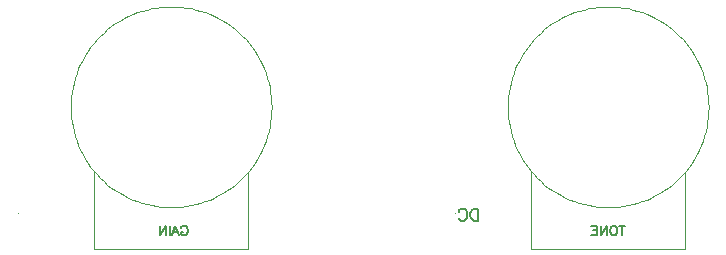
<source format=gbo>
%FSLAX46Y46*%
%MOMM*%
%ADD11C,0.050000*%
%ADD10C,0.150000*%
G01*
G01*
%LPD*%
D10*
X49195240Y51719048D02*
X49195240Y52519048D01*
D10*
X48928572Y52519048D02*
X49461904Y52519048D01*
D10*
X48623808Y52480952D02*
X48547620Y52519048D01*
D10*
X48700000Y52404760D02*
X48623808Y52480952D01*
D10*
X48738096Y52328572D02*
X48700000Y52404760D01*
D10*
X48776192Y52214284D02*
X48738096Y52328572D01*
D10*
X48776192Y52023808D02*
X48776192Y52214284D01*
D10*
X48738096Y51909524D02*
X48776192Y52023808D01*
D10*
X48700000Y51833332D02*
X48738096Y51909524D01*
D10*
X48623808Y51757144D02*
X48700000Y51833332D01*
D10*
X48547620Y51719048D02*
X48623808Y51757144D01*
D10*
X48395240Y51719048D02*
X48547620Y51719048D01*
D10*
X48319048Y51757144D02*
X48395240Y51719048D01*
D10*
X48242856Y51833332D02*
X48319048Y51757144D01*
D10*
X48204760Y51909524D02*
X48242856Y51833332D01*
D10*
X48166668Y52023808D02*
X48204760Y51909524D01*
D10*
X48166668Y52214284D02*
X48166668Y52023808D01*
D10*
X48204760Y52328572D02*
X48166668Y52214284D01*
D10*
X48242856Y52404760D02*
X48204760Y52328572D01*
D10*
X48319048Y52480952D02*
X48242856Y52404760D01*
D10*
X48395240Y52519048D02*
X48319048Y52480952D01*
D10*
X48547620Y52519048D02*
X48395240Y52519048D01*
D10*
X47900000Y51719048D02*
X47900000Y52519048D01*
D10*
X47366668Y51719048D02*
X47900000Y52519048D01*
D10*
X47366668Y51719048D02*
X47366668Y52519048D01*
D10*
X47061904Y51719048D02*
X47061904Y52519048D01*
D10*
X46566668Y52519048D02*
X47061904Y52519048D01*
D10*
X46757144Y52138096D02*
X47061904Y52138096D01*
D10*
X46566668Y51719048D02*
X47061904Y51719048D01*
D10*
X11852381Y52404760D02*
X11814286Y52328572D01*
D10*
X11928571Y52480952D02*
X11852381Y52404760D01*
D10*
X12004762Y52519048D02*
X11928571Y52480952D01*
D10*
X12157143Y52519048D02*
X12004762Y52519048D01*
D10*
X12233333Y52480952D02*
X12157143Y52519048D01*
D10*
X12309524Y52404760D02*
X12233333Y52480952D01*
D10*
X12347619Y52328572D02*
X12309524Y52404760D01*
D10*
X12385714Y52214284D02*
X12347619Y52328572D01*
D10*
X12385714Y52023808D02*
X12385714Y52214284D01*
D10*
X12347619Y51909524D02*
X12385714Y52023808D01*
D10*
X12309524Y51833332D02*
X12347619Y51909524D01*
D10*
X12233333Y51757144D02*
X12309524Y51833332D01*
D10*
X12157143Y51719048D02*
X12233333Y51757144D01*
D10*
X12004762Y51719048D02*
X12157143Y51719048D01*
D10*
X11928571Y51757144D02*
X12004762Y51719048D01*
D10*
X11852381Y51833332D02*
X11928571Y51757144D01*
D10*
X11814286Y51909524D02*
X11852381Y51833332D01*
D10*
X11814286Y52023808D02*
X11814286Y51909524D01*
D10*
X11814286Y52023808D02*
X12004762Y52023808D01*
D10*
X11661905Y51719048D02*
X11357143Y52519048D01*
D10*
X11052381Y51719048D02*
X11357143Y52519048D01*
D10*
X11166667Y51985716D02*
X11547619Y51985716D01*
D10*
X10861905Y51719048D02*
X10861905Y52519048D01*
D10*
X10557143Y51719048D02*
X10557143Y52519048D01*
D10*
X10023810Y51719048D02*
X10557143Y52519048D01*
D10*
X10023810Y51719048D02*
X10023810Y52519048D01*
D10*
X37009524Y52973808D02*
X37009524Y53973808D01*
D10*
X36676192Y53973808D02*
X37009524Y53973808D01*
D10*
X36533332Y53926192D02*
X36676192Y53973808D01*
D10*
X36438096Y53830952D02*
X36533332Y53926192D01*
D10*
X36390476Y53735716D02*
X36438096Y53830952D01*
D10*
X36342856Y53592856D02*
X36390476Y53735716D01*
D10*
X36342856Y53354760D02*
X36342856Y53592856D01*
D10*
X36390476Y53211904D02*
X36342856Y53354760D01*
D10*
X36438096Y53116668D02*
X36390476Y53211904D01*
D10*
X36533332Y53021428D02*
X36438096Y53116668D01*
D10*
X36676192Y52973808D02*
X36533332Y53021428D01*
D10*
X37009524Y52973808D02*
X36676192Y52973808D01*
D10*
X35390476Y53830952D02*
X35342856Y53735716D01*
D10*
X35485716Y53926192D02*
X35390476Y53830952D01*
D10*
X35580952Y53973808D02*
X35485716Y53926192D01*
D10*
X35771428Y53973808D02*
X35580952Y53973808D01*
D10*
X35866668Y53926192D02*
X35771428Y53973808D01*
D10*
X35961904Y53830952D02*
X35866668Y53926192D01*
D10*
X36009524Y53735716D02*
X35961904Y53830952D01*
D10*
X36057144Y53592856D02*
X36009524Y53735716D01*
D10*
X36057144Y53354760D02*
X36057144Y53592856D01*
D10*
X36009524Y53211904D02*
X36057144Y53354760D01*
D10*
X35961904Y53116668D02*
X36009524Y53211904D01*
D10*
X35866668Y53021428D02*
X35961904Y53116668D01*
D10*
X35771428Y52973808D02*
X35866668Y53021428D01*
D10*
X35580952Y52973808D02*
X35771428Y52973808D01*
D10*
X35485716Y53021428D02*
X35580952Y52973808D01*
D10*
X35390476Y53116668D02*
X35485716Y53021428D01*
D10*
X35342856Y53211904D02*
X35390476Y53116668D01*
D11*
X17500000Y50600000D02*
X4500000Y50600000D01*
D11*
X17500000Y57100000D02*
X17500000Y50600000D01*
D11*
X-2000000Y53600000D02*
X-2000000Y53600000D01*
D11*
X4500000Y50600000D02*
X4500000Y57100000D01*
D11*
X2500000Y62600000D02*
X2510239Y63017075D01*
D11*
X2510239Y63017075D02*
X2540930Y63433145D01*
D11*
X2540930Y63433145D02*
X2592000Y63847209D01*
D11*
X2592000Y63847209D02*
X2663326Y64258267D01*
D11*
X2663326Y64258267D02*
X2754735Y64665331D01*
D11*
X2754735Y64665331D02*
X2866007Y65067420D01*
D11*
X2866007Y65067420D02*
X2996876Y65463563D01*
D11*
X2996876Y65463563D02*
X3147024Y65852809D01*
D11*
X3147024Y65852809D02*
X3316091Y66234218D01*
D11*
X3316091Y66234218D02*
X3503669Y66606872D01*
D11*
X3503669Y66606872D02*
X3709307Y66969873D01*
D11*
X3709307Y66969873D02*
X3932509Y67322347D01*
D11*
X3932509Y67322347D02*
X4172736Y67663444D01*
D11*
X4172736Y67663444D02*
X4429412Y67992343D01*
D11*
X4429412Y67992343D02*
X4701916Y68308251D01*
D11*
X4701916Y68308251D02*
X4989593Y68610408D01*
D11*
X4989593Y68610408D02*
X5291750Y68898085D01*
D11*
X5291750Y68898085D02*
X5607658Y69170589D01*
D11*
X5607658Y69170589D02*
X5936557Y69427265D01*
D11*
X5936557Y69427265D02*
X6277654Y69667492D01*
D11*
X6277654Y69667492D02*
X6630128Y69890694D01*
D11*
X6630128Y69890694D02*
X6993130Y70096331D01*
D11*
X6993130Y70096331D02*
X7365784Y70283909D01*
D11*
X7365784Y70283909D02*
X7747193Y70452977D01*
D11*
X7747193Y70452977D02*
X8136439Y70603125D01*
D11*
X8136439Y70603125D02*
X8532583Y70733993D01*
D11*
X8532583Y70733993D02*
X8934671Y70845266D01*
D11*
X8934671Y70845266D02*
X9341735Y70936675D01*
D11*
X9341735Y70936675D02*
X9752794Y71008001D01*
D11*
X9752794Y71008001D02*
X10166858Y71059071D01*
D11*
X10166858Y71059071D02*
X10582928Y71089761D01*
D11*
X10582928Y71089761D02*
X11000003Y71100000D01*
D11*
X11000003Y71100000D02*
X11417078Y71089761D01*
D11*
X11417078Y71089761D02*
X11833149Y71059070D01*
D11*
X11833149Y71059070D02*
X12247212Y71008000D01*
D11*
X12247212Y71008000D02*
X12658271Y70936674D01*
D11*
X12658271Y70936674D02*
X13065335Y70845264D01*
D11*
X13065335Y70845264D02*
X13467424Y70733991D01*
D11*
X13467424Y70733991D02*
X13863568Y70603123D01*
D11*
X13863568Y70603123D02*
X14252813Y70452974D01*
D11*
X14252813Y70452974D02*
X14634221Y70283907D01*
D11*
X14634221Y70283907D02*
X15006874Y70096329D01*
D11*
X15006874Y70096329D02*
X15369875Y69890692D01*
D11*
X15369875Y69890692D02*
X15722348Y69667491D01*
D11*
X15722348Y69667491D02*
X16063444Y69427264D01*
D11*
X16063444Y69427264D02*
X16392343Y69170589D01*
D11*
X16392343Y69170589D02*
X16708250Y68898085D01*
D11*
X16708250Y68898085D02*
X17010406Y68610409D01*
D11*
X17010406Y68610409D02*
X17298082Y68308253D01*
D11*
X17298082Y68308253D02*
X17570586Y67992346D01*
D11*
X17570586Y67992346D02*
X17827261Y67663447D01*
D11*
X17827261Y67663447D02*
X18067488Y67322351D01*
D11*
X18067488Y67322351D02*
X18290690Y66969878D01*
D11*
X18290690Y66969878D02*
X18496327Y66606878D01*
D11*
X18496327Y66606878D02*
X18683905Y66234225D01*
D11*
X18683905Y66234225D02*
X18852972Y65852817D01*
D11*
X18852972Y65852817D02*
X19003121Y65463572D01*
D11*
X19003121Y65463572D02*
X19133990Y65067429D01*
D11*
X19133990Y65067429D02*
X19245262Y64665342D01*
D11*
X19245262Y64665342D02*
X19336672Y64258279D01*
D11*
X19336672Y64258279D02*
X19407998Y63847221D01*
D11*
X19407998Y63847221D02*
X19459069Y63433159D01*
D11*
X19459069Y63433159D02*
X19489761Y63017089D01*
D11*
X19489761Y63017089D02*
X19500000Y62600015D01*
D11*
X19500000Y62600000D02*
X19489761Y62182925D01*
D11*
X19489761Y62182925D02*
X19459070Y61766856D01*
D11*
X19459070Y61766856D02*
X19408000Y61352793D01*
D11*
X19408000Y61352793D02*
X19336675Y60941735D01*
D11*
X19336675Y60941735D02*
X19245266Y60534672D01*
D11*
X19245266Y60534672D02*
X19133994Y60132585D01*
D11*
X19133994Y60132585D02*
X19003126Y59736441D01*
D11*
X19003126Y59736441D02*
X18852978Y59347197D01*
D11*
X18852978Y59347197D02*
X18683911Y58965788D01*
D11*
X18683911Y58965788D02*
X18496334Y58593135D01*
D11*
X18496334Y58593135D02*
X18290697Y58230134D01*
D11*
X18290697Y58230134D02*
X18067497Y57877661D01*
D11*
X18067497Y57877661D02*
X17827270Y57536564D01*
D11*
X17827270Y57536564D02*
X17570596Y57207666D01*
D11*
X17570596Y57207666D02*
X17298092Y56891758D01*
D11*
X17298092Y56891758D02*
X17010416Y56589602D01*
D11*
X17010416Y56589602D02*
X16708261Y56301925D01*
D11*
X16708261Y56301925D02*
X16392352Y56029419D01*
D11*
X16392352Y56029419D02*
X16063453Y55772743D01*
D11*
X16063453Y55772743D02*
X15722355Y55532514D01*
D11*
X15722355Y55532514D02*
X15369881Y55309312D01*
D11*
X15369881Y55309312D02*
X15006879Y55103673D01*
D11*
X15006879Y55103673D02*
X14634224Y54916094D01*
D11*
X14634224Y54916094D02*
X14252814Y54747026D01*
D11*
X14252814Y54747026D02*
X13863567Y54596877D01*
D11*
X13863567Y54596877D02*
X13467422Y54466008D01*
D11*
X13467422Y54466008D02*
X13065333Y54354735D01*
D11*
X13065333Y54354735D02*
X12658268Y54263326D01*
D11*
X12658268Y54263326D02*
X12247208Y54192000D01*
D11*
X12247208Y54192000D02*
X11833143Y54140930D01*
D11*
X11833143Y54140930D02*
X11417072Y54110239D01*
D11*
X11417072Y54110239D02*
X10999996Y54100000D01*
D11*
X10999996Y54100000D02*
X10582920Y54110239D01*
D11*
X10582920Y54110239D02*
X10166848Y54140930D01*
D11*
X10166848Y54140930D02*
X9752784Y54192001D01*
D11*
X9752784Y54192001D02*
X9341724Y54263327D01*
D11*
X9341724Y54263327D02*
X8934659Y54354737D01*
D11*
X8934659Y54354737D02*
X8532570Y54466011D01*
D11*
X8532570Y54466011D02*
X8136425Y54596880D01*
D11*
X8136425Y54596880D02*
X7747179Y54747030D01*
D11*
X7747179Y54747030D02*
X7365769Y54916098D01*
D11*
X7365769Y54916098D02*
X6993114Y55103677D01*
D11*
X6993114Y55103677D02*
X6630112Y55309316D01*
D11*
X6630112Y55309316D02*
X6277638Y55532519D01*
D11*
X6277638Y55532519D02*
X5936540Y55772748D01*
D11*
X5936540Y55772748D02*
X5607641Y56029425D01*
D11*
X5607641Y56029425D02*
X5291733Y56301930D01*
D11*
X5291733Y56301930D02*
X4989577Y56589609D01*
D11*
X4989577Y56589609D02*
X4701900Y56891767D01*
D11*
X4701900Y56891767D02*
X4429395Y57207677D01*
D11*
X4429395Y57207677D02*
X4172720Y57536577D01*
D11*
X4172720Y57536577D02*
X3932493Y57877676D01*
D11*
X3932493Y57877676D02*
X3709292Y58230152D01*
D11*
X3709292Y58230152D02*
X3503655Y58593155D01*
D11*
X3503655Y58593155D02*
X3316078Y58965811D01*
D11*
X3316078Y58965811D02*
X3147012Y59347221D01*
D11*
X3147012Y59347221D02*
X2996864Y59736468D01*
D11*
X2996864Y59736468D02*
X2865997Y60132614D01*
D11*
X2865997Y60132614D02*
X2754726Y60534704D01*
D11*
X2754726Y60534704D02*
X2663318Y60941769D01*
D11*
X2663318Y60941769D02*
X2591994Y61352829D01*
D11*
X2591994Y61352829D02*
X2540926Y61766894D01*
D11*
X2540926Y61766894D02*
X2510237Y62182966D01*
D11*
X2510237Y62182966D02*
X2500000Y62600042D01*
D11*
X54500000Y50600000D02*
X41500000Y50600000D01*
D11*
X54500000Y57100000D02*
X54500000Y50600000D01*
D11*
X35000000Y53600000D02*
X35000000Y53600000D01*
D11*
X41500000Y50600000D02*
X41500000Y57100000D01*
D11*
X39500000Y62600000D02*
X39510239Y63017075D01*
D11*
X39510239Y63017075D02*
X39540930Y63433145D01*
D11*
X39540930Y63433145D02*
X39592000Y63847209D01*
D11*
X39592000Y63847209D02*
X39663326Y64258267D01*
D11*
X39663326Y64258267D02*
X39754735Y64665331D01*
D11*
X39754735Y64665331D02*
X39866007Y65067420D01*
D11*
X39866007Y65067420D02*
X39996876Y65463563D01*
D11*
X39996876Y65463563D02*
X40147024Y65852809D01*
D11*
X40147024Y65852809D02*
X40316091Y66234218D01*
D11*
X40316091Y66234218D02*
X40503669Y66606872D01*
D11*
X40503669Y66606872D02*
X40709307Y66969873D01*
D11*
X40709307Y66969873D02*
X40932509Y67322347D01*
D11*
X40932509Y67322347D02*
X41172736Y67663444D01*
D11*
X41172736Y67663444D02*
X41429412Y67992343D01*
D11*
X41429412Y67992343D02*
X41701916Y68308251D01*
D11*
X41701916Y68308251D02*
X41989593Y68610408D01*
D11*
X41989593Y68610408D02*
X42291750Y68898085D01*
D11*
X42291750Y68898085D02*
X42607658Y69170589D01*
D11*
X42607658Y69170589D02*
X42936557Y69427265D01*
D11*
X42936557Y69427265D02*
X43277654Y69667492D01*
D11*
X43277654Y69667492D02*
X43630128Y69890694D01*
D11*
X43630128Y69890694D02*
X43993130Y70096331D01*
D11*
X43993130Y70096331D02*
X44365784Y70283909D01*
D11*
X44365784Y70283909D02*
X44747193Y70452977D01*
D11*
X44747193Y70452977D02*
X45136439Y70603125D01*
D11*
X45136439Y70603125D02*
X45532583Y70733993D01*
D11*
X45532583Y70733993D02*
X45934671Y70845266D01*
D11*
X45934671Y70845266D02*
X46341735Y70936675D01*
D11*
X46341735Y70936675D02*
X46752794Y71008001D01*
D11*
X46752794Y71008001D02*
X47166858Y71059071D01*
D11*
X47166858Y71059071D02*
X47582928Y71089761D01*
D11*
X47582928Y71089761D02*
X48000003Y71100000D01*
D11*
X48000003Y71100000D02*
X48417078Y71089761D01*
D11*
X48417078Y71089761D02*
X48833149Y71059070D01*
D11*
X48833149Y71059070D02*
X49247212Y71008000D01*
D11*
X49247212Y71008000D02*
X49658271Y70936674D01*
D11*
X49658271Y70936674D02*
X50065335Y70845264D01*
D11*
X50065335Y70845264D02*
X50467424Y70733991D01*
D11*
X50467424Y70733991D02*
X50863568Y70603123D01*
D11*
X50863568Y70603123D02*
X51252813Y70452974D01*
D11*
X51252813Y70452974D02*
X51634221Y70283907D01*
D11*
X51634221Y70283907D02*
X52006874Y70096329D01*
D11*
X52006874Y70096329D02*
X52369875Y69890692D01*
D11*
X52369875Y69890692D02*
X52722348Y69667491D01*
D11*
X52722348Y69667491D02*
X53063444Y69427264D01*
D11*
X53063444Y69427264D02*
X53392343Y69170589D01*
D11*
X53392343Y69170589D02*
X53708250Y68898085D01*
D11*
X53708250Y68898085D02*
X54010406Y68610409D01*
D11*
X54010406Y68610409D02*
X54298082Y68308253D01*
D11*
X54298082Y68308253D02*
X54570586Y67992346D01*
D11*
X54570586Y67992346D02*
X54827261Y67663447D01*
D11*
X54827261Y67663447D02*
X55067488Y67322351D01*
D11*
X55067488Y67322351D02*
X55290690Y66969878D01*
D11*
X55290690Y66969878D02*
X55496327Y66606878D01*
D11*
X55496327Y66606878D02*
X55683905Y66234225D01*
D11*
X55683905Y66234225D02*
X55852972Y65852817D01*
D11*
X55852972Y65852817D02*
X56003121Y65463572D01*
D11*
X56003121Y65463572D02*
X56133990Y65067429D01*
D11*
X56133990Y65067429D02*
X56245262Y64665342D01*
D11*
X56245262Y64665342D02*
X56336672Y64258279D01*
D11*
X56336672Y64258279D02*
X56407998Y63847221D01*
D11*
X56407998Y63847221D02*
X56459069Y63433159D01*
D11*
X56459069Y63433159D02*
X56489761Y63017089D01*
D11*
X56489761Y63017089D02*
X56500000Y62600015D01*
D11*
X56500000Y62600000D02*
X56489761Y62182925D01*
D11*
X56489761Y62182925D02*
X56459070Y61766856D01*
D11*
X56459070Y61766856D02*
X56408000Y61352793D01*
D11*
X56408000Y61352793D02*
X56336675Y60941735D01*
D11*
X56336675Y60941735D02*
X56245266Y60534672D01*
D11*
X56245266Y60534672D02*
X56133994Y60132585D01*
D11*
X56133994Y60132585D02*
X56003126Y59736441D01*
D11*
X56003126Y59736441D02*
X55852978Y59347197D01*
D11*
X55852978Y59347197D02*
X55683911Y58965788D01*
D11*
X55683911Y58965788D02*
X55496334Y58593135D01*
D11*
X55496334Y58593135D02*
X55290697Y58230134D01*
D11*
X55290697Y58230134D02*
X55067497Y57877661D01*
D11*
X55067497Y57877661D02*
X54827270Y57536564D01*
D11*
X54827270Y57536564D02*
X54570596Y57207666D01*
D11*
X54570596Y57207666D02*
X54298092Y56891758D01*
D11*
X54298092Y56891758D02*
X54010416Y56589602D01*
D11*
X54010416Y56589602D02*
X53708261Y56301925D01*
D11*
X53708261Y56301925D02*
X53392352Y56029419D01*
D11*
X53392352Y56029419D02*
X53063453Y55772743D01*
D11*
X53063453Y55772743D02*
X52722355Y55532514D01*
D11*
X52722355Y55532514D02*
X52369881Y55309312D01*
D11*
X52369881Y55309312D02*
X52006879Y55103673D01*
D11*
X52006879Y55103673D02*
X51634224Y54916094D01*
D11*
X51634224Y54916094D02*
X51252814Y54747026D01*
D11*
X51252814Y54747026D02*
X50863567Y54596877D01*
D11*
X50863567Y54596877D02*
X50467422Y54466008D01*
D11*
X50467422Y54466008D02*
X50065333Y54354735D01*
D11*
X50065333Y54354735D02*
X49658268Y54263326D01*
D11*
X49658268Y54263326D02*
X49247208Y54192000D01*
D11*
X49247208Y54192000D02*
X48833143Y54140930D01*
D11*
X48833143Y54140930D02*
X48417072Y54110239D01*
D11*
X48417072Y54110239D02*
X47999996Y54100000D01*
D11*
X47999996Y54100000D02*
X47582920Y54110239D01*
D11*
X47582920Y54110239D02*
X47166848Y54140930D01*
D11*
X47166848Y54140930D02*
X46752784Y54192001D01*
D11*
X46752784Y54192001D02*
X46341724Y54263327D01*
D11*
X46341724Y54263327D02*
X45934659Y54354737D01*
D11*
X45934659Y54354737D02*
X45532570Y54466011D01*
D11*
X45532570Y54466011D02*
X45136425Y54596880D01*
D11*
X45136425Y54596880D02*
X44747179Y54747030D01*
D11*
X44747179Y54747030D02*
X44365769Y54916098D01*
D11*
X44365769Y54916098D02*
X43993114Y55103677D01*
D11*
X43993114Y55103677D02*
X43630112Y55309316D01*
D11*
X43630112Y55309316D02*
X43277638Y55532519D01*
D11*
X43277638Y55532519D02*
X42936540Y55772748D01*
D11*
X42936540Y55772748D02*
X42607641Y56029425D01*
D11*
X42607641Y56029425D02*
X42291733Y56301930D01*
D11*
X42291733Y56301930D02*
X41989577Y56589609D01*
D11*
X41989577Y56589609D02*
X41701900Y56891767D01*
D11*
X41701900Y56891767D02*
X41429395Y57207677D01*
D11*
X41429395Y57207677D02*
X41172720Y57536577D01*
D11*
X41172720Y57536577D02*
X40932493Y57877676D01*
D11*
X40932493Y57877676D02*
X40709292Y58230152D01*
D11*
X40709292Y58230152D02*
X40503655Y58593155D01*
D11*
X40503655Y58593155D02*
X40316078Y58965811D01*
D11*
X40316078Y58965811D02*
X40147012Y59347221D01*
D11*
X40147012Y59347221D02*
X39996864Y59736468D01*
D11*
X39996864Y59736468D02*
X39865997Y60132614D01*
D11*
X39865997Y60132614D02*
X39754726Y60534704D01*
D11*
X39754726Y60534704D02*
X39663318Y60941769D01*
D11*
X39663318Y60941769D02*
X39591994Y61352829D01*
D11*
X39591994Y61352829D02*
X39540926Y61766894D01*
D11*
X39540926Y61766894D02*
X39510237Y62182966D01*
D11*
X39510237Y62182966D02*
X39500000Y62600042D01*
G75*
M02*

</source>
